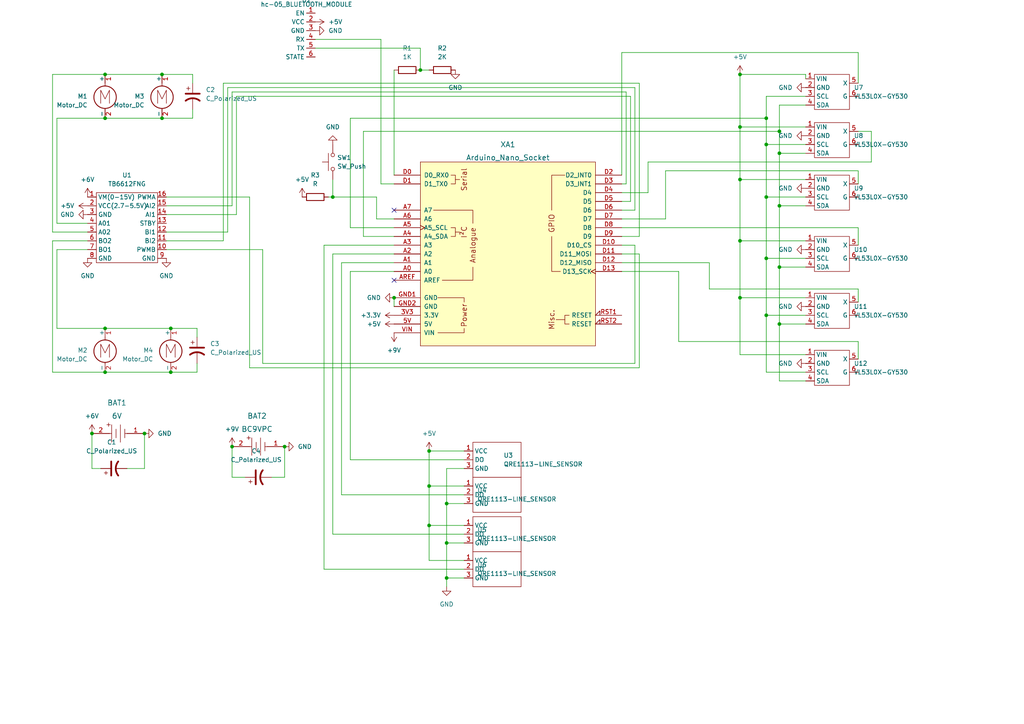
<source format=kicad_sch>
(kicad_sch (version 20211123) (generator eeschema)
  (paper "A4")
  (lib_symbols
    (symbol "BC9VPC_1" (pin_names (offset 1.016))
      (property "Reference" "BAT2" (at -0.381 8.89 0))
      (property "Value" "BC9VPC_1" (at -0.381 5.08 0))
      (symbol "BC9VPC_1_1_1"
        (polyline (pts (xy -2.794 3.048) (xy -2.794 2.032)))
        (polyline (pts (xy -2.286 2.54) (xy -3.302 2.54)))
        (polyline (pts (xy -1.905 0) (xy -2.54 0)))
        (polyline (pts (xy -1.905 2.54) (xy -1.905 -2.54)))
        (polyline (pts (xy -0.635 1.27) (xy -0.635 -1.27)))
        (polyline (pts (xy 0.635 2.54) (xy 0.635 -2.54)))
        (polyline (pts (xy 1.905 1.27) (xy 1.905 -1.27)))
        (polyline (pts (xy 2.54 0) (xy 1.905 0)))
        (pin power_in line (at 7.62 0 180) (length 5.08) (name "~") (number "1"))
        (pin power_in line (at -7.62 0 0) (length 5.08) (name "~") (number "2"))
      )
    )
    (symbol "CUSTOM:QRE1113-LINE_SENSOR"
      (property "Reference" "U" (at 12.7 8.89 0))
      (property "Value" "QRE1113-LINE_SENSOR" (at 19.05 2.54 0))
      (symbol "QRE1113-LINE_SENSOR_0_1"
        (rectangle (start 2.54 7.62) (end 16.51 -2.54))
      )
      (symbol "QRE1113-LINE_SENSOR_1_1"
        (pin power_in line (at 0 5.08 0) (length 2.54) (name "VCC") (number "1"))
        (pin output line (at 0 2.54 0) (length 2.54) (name "DO") (number "2"))
        (pin power_in line (at 0 0 0) (length 2.54) (name "GND") (number "3"))
      )
    )
    (symbol "CUSTOM:TB6612FNG"
      (property "Reference" "U" (at -6.35 1.27 0))
      (property "Value" "TB6612FNG" (at -6.35 -1.27 0))
      (symbol "TB6612FNG_0_1"
        (rectangle (start -15.24 22.86) (end 2.54 2.54))
      )
      (symbol "TB6612FNG_1_1"
        (pin power_in line (at -17.78 21.59 0) (length 2.54) (name "VM(0-15V)") (number "1"))
        (pin input line (at 5.08 6.35 180) (length 2.54) (name "PWMB") (number "10"))
        (pin input line (at 5.08 8.89 180) (length 2.54) (name "BI2") (number "11"))
        (pin input line (at 5.08 11.43 180) (length 2.54) (name "BI1") (number "12"))
        (pin input line (at 5.08 13.97 180) (length 2.54) (name "STBY") (number "13"))
        (pin input line (at 5.08 16.51 180) (length 2.54) (name "AI1") (number "14"))
        (pin input line (at 5.08 19.05 180) (length 2.54) (name "AI2") (number "15"))
        (pin input line (at 5.08 21.59 180) (length 2.54) (name "PWMA") (number "16"))
        (pin power_in line (at -17.78 19.05 0) (length 2.54) (name "VCC(2.7-5.5V)") (number "2"))
        (pin power_in line (at -17.78 16.51 0) (length 2.54) (name "GND") (number "3"))
        (pin power_out line (at -17.78 13.97 0) (length 2.54) (name "A01") (number "4"))
        (pin power_out line (at -17.78 11.43 0) (length 2.54) (name "A02") (number "5"))
        (pin power_out line (at -17.78 8.89 0) (length 2.54) (name "BO2") (number "6"))
        (pin power_out line (at -17.78 6.35 0) (length 2.54) (name "BO1") (number "7"))
        (pin power_out line (at -17.78 3.81 0) (length 2.54) (name "GND") (number "8"))
        (pin power_out line (at 5.08 3.81 180) (length 2.54) (name "GND") (number "9"))
      )
    )
    (symbol "CUSTOM:VL53L0X-GY530"
      (property "Reference" "U" (at 0 -5.08 0))
      (property "Value" "VL53L0X-GY530" (at 0 -2.54 0))
      (symbol "VL53L0X-GY530_0_1"
        (rectangle (start 2.54 8.89) (end 12.7 -1.27))
      )
      (symbol "VL53L0X-GY530_1_1"
        (pin power_in line (at 0 7.62 0) (length 2.54) (name "VIN") (number "1"))
        (pin power_in line (at 0 5.08 0) (length 2.54) (name "GND") (number "2"))
        (pin bidirectional line (at 0 2.54 0) (length 2.54) (name "SCL") (number "3"))
        (pin bidirectional line (at 0 0 0) (length 2.54) (name "SDA") (number "4"))
        (pin input line (at 15.24 6.35 180) (length 2.54) (name "X") (number "5"))
        (pin input line (at 15.24 2.54 180) (length 2.54) (name "G") (number "6"))
      )
    )
    (symbol "CUSTOM:hc-05_BLUETOOTH_MODULE"
      (property "Reference" "U" (at 0 -5.08 0))
      (property "Value" "hc-05_BLUETOOTH_MODULE" (at 1.27 -7.62 0))
      (symbol "hc-05_BLUETOOTH_MODULE_1_1"
        (pin input line (at 2.54 10.16 180) (length 2.54) (name "EN") (number "1"))
        (pin power_in line (at 2.54 7.62 180) (length 2.54) (name "VCC") (number "2"))
        (pin power_in line (at 2.54 5.08 180) (length 2.54) (name "GND") (number "3"))
        (pin input line (at 2.54 2.54 180) (length 2.54) (name "RX") (number "4"))
        (pin output line (at 2.54 0 180) (length 2.54) (name "TX") (number "5"))
        (pin output line (at 2.54 -2.54 180) (length 2.54) (name "STATE") (number "6"))
      )
    )
    (symbol "Device:C_Polarized_US" (pin_numbers hide) (pin_names (offset 0.254) hide)
      (property "Reference" "C" (at 0.635 2.54 0))
      (property "Value" "C_Polarized_US" (at 0.635 -2.54 0))
      (symbol "C_Polarized_US_0_1"
        (polyline (pts (xy -2.032 0.762) (xy 2.032 0.762)) (stroke (width 0.508)))
        (polyline (pts (xy -1.778 2.286) (xy -0.762 2.286)))
        (polyline (pts (xy -1.27 1.778) (xy -1.27 2.794)))
        (arc (start 2.032 -1.27) (mid 0 -0.5572) (end -2.032 -1.27) (stroke (width 0.508)))
      )
      (symbol "C_Polarized_US_1_1"
        (pin passive line (at 0 3.81 270) (length 2.794) (name "~") (number "1"))
        (pin passive line (at 0 -3.81 90) (length 3.302) (name "~") (number "2"))
      )
    )
    (symbol "Device:R" (pin_numbers hide) (pin_names (offset 0))
      (property "Reference" "R" (at 2.032 0 90))
      (property "Value" "R" (at 0 0 90))
      (symbol "R_0_1"
        (rectangle (start -1.016 -2.54) (end 1.016 2.54) (stroke (width 0.254)))
      )
      (symbol "R_1_1"
        (pin passive line (at 0 3.81 270) (length 1.27) (name "~") (number "1"))
        (pin passive line (at 0 -3.81 90) (length 1.27) (name "~") (number "2"))
      )
    )
    (symbol "Motor:Motor_DC" (pin_names (offset 0))
      (property "Reference" "M" (at 2.54 2.54 0))
      (property "Value" "Motor_DC" (at 2.54 -5.08 0))
      (symbol "Motor_DC_0_0"
        (polyline (pts (xy -1.27 -3.302) (xy -1.27 0.508) (xy 0 -2.032) (xy 1.27 0.508) (xy 1.27 -3.302)))
      )
      (symbol "Motor_DC_0_1"
        (circle (center 0 -1.524) (radius 3.2512) (stroke (width 0.254)))
        (polyline (pts (xy 0 -7.62) (xy 0 -7.112)))
        (polyline (pts (xy 0 -4.7752) (xy 0 -5.1816)))
        (polyline (pts (xy 0 1.7272) (xy 0 2.0828)))
        (polyline (pts (xy 0 2.032) (xy 0 2.54)))
      )
      (symbol "Motor_DC_1_1"
        (pin passive line (at 0 5.08 270) (length 2.54) (name "+") (number "1"))
        (pin passive line (at 0 -7.62 90) (length 2.54) (name "-") (number "2"))
      )
    )
    (symbol "QRE1113-LINE_SENSOR_1"
      (property "Reference" "U" (at 12.7 8.89 0))
      (property "Value" "QRE1113-LINE_SENSOR_1" (at 19.05 2.54 0))
      (symbol "QRE1113-LINE_SENSOR_1_0_1"
        (rectangle (start 2.54 7.62) (end 16.51 -2.54))
      )
      (symbol "QRE1113-LINE_SENSOR_1_1_1"
        (pin power_in line (at 0 5.08 0) (length 2.54) (name "VCC") (number "1"))
        (pin output line (at 0 2.54 0) (length 2.54) (name "DO") (number "2"))
        (pin power_in line (at 0 0 0) (length 2.54) (name "GND") (number "3"))
      )
    )
    (symbol "QRE1113-LINE_SENSOR_2"
      (property "Reference" "U" (at 12.7 8.89 0))
      (property "Value" "QRE1113-LINE_SENSOR_2" (at 19.05 2.54 0))
      (symbol "QRE1113-LINE_SENSOR_2_0_1"
        (rectangle (start 2.54 7.62) (end 16.51 -2.54))
      )
      (symbol "QRE1113-LINE_SENSOR_2_1_1"
        (pin power_in line (at 0 5.08 0) (length 2.54) (name "VCC") (number "1"))
        (pin output line (at 0 2.54 0) (length 2.54) (name "DO") (number "2"))
        (pin power_in line (at 0 0 0) (length 2.54) (name "GND") (number "3"))
      )
    )
    (symbol "QRE1113-LINE_SENSOR_3"
      (property "Reference" "U" (at 12.7 8.89 0))
      (property "Value" "QRE1113-LINE_SENSOR_3" (at 19.05 2.54 0))
      (symbol "QRE1113-LINE_SENSOR_3_0_1"
        (rectangle (start 2.54 7.62) (end 16.51 -2.54))
      )
      (symbol "QRE1113-LINE_SENSOR_3_1_1"
        (pin power_in line (at 0 5.08 0) (length 2.54) (name "VCC") (number "1"))
        (pin output line (at 0 2.54 0) (length 2.54) (name "DO") (number "2"))
        (pin power_in line (at 0 0 0) (length 2.54) (name "GND") (number "3"))
      )
    )
    (symbol "Switch:SW_Push" (pin_numbers hide) (pin_names (offset 1.016) hide)
      (property "Reference" "SW" (at 1.27 2.54 0))
      (property "Value" "SW_Push" (at 0 -1.524 0))
      (symbol "SW_Push_0_1"
        (circle (center -2.032 0) (radius 0.508))
        (polyline (pts (xy 0 1.27) (xy 0 3.048)))
        (polyline (pts (xy 2.54 1.27) (xy -2.54 1.27)))
        (circle (center 2.032 0) (radius 0.508))
        (pin passive line (at -5.08 0 0) (length 2.54) (name "1") (number "1"))
        (pin passive line (at 5.08 0 180) (length 2.54) (name "2") (number "2"))
      )
    )
    (symbol "VL53L0X-GY530_1"
      (property "Reference" "U" (at 0 -5.08 0))
      (property "Value" "VL53L0X-GY530_1" (at 0 -2.54 0))
      (symbol "VL53L0X-GY530_1_0_1"
        (rectangle (start 2.54 8.89) (end 12.7 -1.27))
      )
      (symbol "VL53L0X-GY530_1_1_1"
        (pin power_in line (at 0 7.62 0) (length 2.54) (name "VIN") (number "1"))
        (pin power_in line (at 0 5.08 0) (length 2.54) (name "GND") (number "2"))
        (pin bidirectional line (at 0 2.54 0) (length 2.54) (name "SCL") (number "3"))
        (pin bidirectional line (at 0 0 0) (length 2.54) (name "SDA") (number "4"))
        (pin input line (at 15.24 6.35 180) (length 2.54) (name "X") (number "5"))
        (pin input line (at 15.24 2.54 180) (length 2.54) (name "G") (number "6"))
      )
    )
    (symbol "VL53L0X-GY530_2"
      (property "Reference" "U" (at 0 -5.08 0))
      (property "Value" "VL53L0X-GY530_2" (at 0 -2.54 0))
      (symbol "VL53L0X-GY530_2_0_1"
        (rectangle (start 2.54 8.89) (end 12.7 -1.27))
      )
      (symbol "VL53L0X-GY530_2_1_1"
        (pin power_in line (at 0 7.62 0) (length 2.54) (name "VIN") (number "1"))
        (pin power_in line (at 0 5.08 0) (length 2.54) (name "GND") (number "2"))
        (pin bidirectional line (at 0 2.54 0) (length 2.54) (name "SCL") (number "3"))
        (pin bidirectional line (at 0 0 0) (length 2.54) (name "SDA") (number "4"))
        (pin input line (at 15.24 6.35 180) (length 2.54) (name "X") (number "5"))
        (pin input line (at 15.24 2.54 180) (length 2.54) (name "G") (number "6"))
      )
    )
    (symbol "VL53L0X-GY530_3"
      (property "Reference" "U" (at 0 -5.08 0))
      (property "Value" "VL53L0X-GY530_3" (at 0 -2.54 0))
      (symbol "VL53L0X-GY530_3_0_1"
        (rectangle (start 2.54 8.89) (end 12.7 -1.27))
      )
      (symbol "VL53L0X-GY530_3_1_1"
        (pin power_in line (at 0 7.62 0) (length 2.54) (name "VIN") (number "1"))
        (pin power_in line (at 0 5.08 0) (length 2.54) (name "GND") (number "2"))
        (pin bidirectional line (at 0 2.54 0) (length 2.54) (name "SCL") (number "3"))
        (pin bidirectional line (at 0 0 0) (length 2.54) (name "SDA") (number "4"))
        (pin input line (at 15.24 6.35 180) (length 2.54) (name "X") (number "5"))
        (pin input line (at 15.24 2.54 180) (length 2.54) (name "G") (number "6"))
      )
    )
    (symbol "VL53L0X-GY530_4"
      (property "Reference" "U" (at 0 -5.08 0))
      (property "Value" "VL53L0X-GY530_4" (at 0 -2.54 0))
      (symbol "VL53L0X-GY530_4_0_1"
        (rectangle (start 2.54 8.89) (end 12.7 -1.27))
      )
      (symbol "VL53L0X-GY530_4_1_1"
        (pin power_in line (at 0 7.62 0) (length 2.54) (name "VIN") (number "1"))
        (pin power_in line (at 0 5.08 0) (length 2.54) (name "GND") (number "2"))
        (pin bidirectional line (at 0 2.54 0) (length 2.54) (name "SCL") (number "3"))
        (pin bidirectional line (at 0 0 0) (length 2.54) (name "SDA") (number "4"))
        (pin input line (at 15.24 6.35 180) (length 2.54) (name "X") (number "5"))
        (pin input line (at 15.24 2.54 180) (length 2.54) (name "G") (number "6"))
      )
    )
    (symbol "VL53L0X-GY530_5"
      (property "Reference" "U" (at 0 -5.08 0))
      (property "Value" "VL53L0X-GY530_5" (at 0 -2.54 0))
      (symbol "VL53L0X-GY530_5_0_1"
        (rectangle (start 2.54 8.89) (end 12.7 -1.27))
      )
      (symbol "VL53L0X-GY530_5_1_1"
        (pin power_in line (at 0 7.62 0) (length 2.54) (name "VIN") (number "1"))
        (pin power_in line (at 0 5.08 0) (length 2.54) (name "GND") (number "2"))
        (pin bidirectional line (at 0 2.54 0) (length 2.54) (name "SCL") (number "3"))
        (pin bidirectional line (at 0 0 0) (length 2.54) (name "SDA") (number "4"))
        (pin input line (at 15.24 6.35 180) (length 2.54) (name "X") (number "5"))
        (pin input line (at 15.24 2.54 180) (length 2.54) (name "G") (number "6"))
      )
    )
    (symbol "arduino:Arduino_Nano_Socket" (pin_names (offset 1.016))
      (property "Reference" "XA" (at 2.54 0 90))
      (property "Value" "Arduino_Nano_Socket" (at -2.54 0 90))
      (symbol "Arduino_Nano_Socket_0_0"
        (rectangle (start -25.4 26.67) (end 25.4 -26.67) (fill (type background)))
        (polyline (pts (xy -15.24 6.35) (xy -13.97 6.35)))
        (polyline (pts (xy -15.24 21.59) (xy -13.97 21.59)))
        (polyline (pts (xy 16.51 -19.05) (xy 13.97 -19.05)))
        (polyline (pts (xy -20.32 -22.86) (xy -12.7 -22.86) (xy -12.7 -21.59)))
        (polyline (pts (xy -12.7 -13.97) (xy -12.7 -12.7) (xy -20.32 -12.7)))
        (polyline (pts (xy -16.51 7.62) (xy -15.24 7.62) (xy -15.24 5.08) (xy -16.51 5.08)))
        (polyline (pts (xy -16.51 22.86) (xy -15.24 22.86) (xy -15.24 20.32) (xy -16.51 20.32)))
        (text "Analogue" (at -10.16 2.54 900) (effects (font (size 1.524 1.524))))
        (text "I²C" (at -12.7 6.35 900) (effects (font (size 1.524 1.524))))
        (text "Misc." (at 12.7 -19.05 900) (effects (font (size 1.524 1.524))))
        (text "Power" (at -12.7 -17.78 900) (effects (font (size 1.524 1.524))))
        (text "Serial" (at -12.7 21.59 900) (effects (font (size 1.524 1.524))))
      )
      (symbol "Arduino_Nano_Socket_0_1"
        (polyline (pts (xy -21.59 12.7) (xy -10.16 12.7) (xy -10.16 8.89)))
        (polyline (pts (xy -19.05 -7.62) (xy -10.16 -7.62) (xy -10.16 -3.81)))
        (polyline (pts (xy 15.24 -5.08) (xy 12.7 -5.08) (xy 12.7 5.08)))
        (polyline (pts (xy 16.51 22.86) (xy 12.7 22.86) (xy 12.7 12.7)))
        (polyline (pts (xy 17.78 -17.78) (xy 16.51 -17.78) (xy 16.51 -20.32) (xy 17.78 -20.32)))
      )
      (symbol "Arduino_Nano_Socket_1_0"
        (text "GPIO" (at 12.7 8.89 900) (effects (font (size 1.524 1.524))))
      )
      (symbol "Arduino_Nano_Socket_1_1"
        (pin power_in line (at -33.02 -17.78 0) (length 7.62) (name "3.3V") (number "3V3"))
        (pin power_in line (at -33.02 -20.32 0) (length 7.62) (name "5V") (number "5V"))
        (pin bidirectional line (at -33.02 -5.08 0) (length 7.62) (name "A0") (number "A0"))
        (pin bidirectional line (at -33.02 -2.54 0) (length 7.62) (name "A1") (number "A1"))
        (pin bidirectional line (at -33.02 0 0) (length 7.62) (name "A2") (number "A2"))
        (pin bidirectional line (at -33.02 2.54 0) (length 7.62) (name "A3") (number "A3"))
        (pin bidirectional line (at -33.02 5.08 0) (length 7.62) (name "A4_SDA") (number "A4"))
        (pin bidirectional clock (at -33.02 7.62 0) (length 7.62) (name "A5_SCL") (number "A5"))
        (pin input line (at -33.02 10.16 0) (length 7.62) (name "A6") (number "A6"))
        (pin input line (at -33.02 12.7 0) (length 7.62) (name "A7") (number "A7"))
        (pin input line (at -33.02 -7.62 0) (length 7.62) (name "AREF") (number "AREF"))
        (pin bidirectional line (at -33.02 22.86 0) (length 7.62) (name "D0_RX0") (number "D0"))
        (pin bidirectional line (at -33.02 20.32 0) (length 7.62) (name "D1_TX0") (number "D1"))
        (pin bidirectional line (at 33.02 2.54 180) (length 7.62) (name "D10_CS") (number "D10"))
        (pin bidirectional line (at 33.02 0 180) (length 7.62) (name "D11_MOSI") (number "D11"))
        (pin bidirectional line (at 33.02 -2.54 180) (length 7.62) (name "D12_MISO") (number "D12"))
        (pin bidirectional clock (at 33.02 -5.08 180) (length 7.62) (name "D13_SCK") (number "D13"))
        (pin bidirectional line (at 33.02 22.86 180) (length 7.62) (name "D2_INT0") (number "D2"))
        (pin bidirectional line (at 33.02 20.32 180) (length 7.62) (name "D3_INT1") (number "D3"))
        (pin bidirectional line (at 33.02 17.78 180) (length 7.62) (name "D4") (number "D4"))
        (pin bidirectional line (at 33.02 15.24 180) (length 7.62) (name "D5") (number "D5"))
        (pin bidirectional line (at 33.02 12.7 180) (length 7.62) (name "D6") (number "D6"))
        (pin bidirectional line (at 33.02 10.16 180) (length 7.62) (name "D7") (number "D7"))
        (pin bidirectional line (at 33.02 7.62 180) (length 7.62) (name "D8") (number "D8"))
        (pin bidirectional line (at 33.02 5.08 180) (length 7.62) (name "D9") (number "D9"))
        (pin power_in line (at -33.02 -12.7 0) (length 7.62) (name "GND") (number "GND1"))
        (pin power_in line (at -33.02 -15.24 0) (length 7.62) (name "GND") (number "GND2"))
        (pin open_collector input_low (at 33.02 -17.78 180) (length 7.62) (name "RESET") (number "RST1"))
        (pin open_collector input_low (at 33.02 -20.32 180) (length 7.62) (name "RESET") (number "RST2"))
        (pin power_in line (at -33.02 -22.86 0) (length 7.62) (name "VIN") (number "VIN"))
      )
    )
    (symbol "dk_Battery-Holders-Clips-Contacts:BC9VPC" (pin_names (offset 1.016))
      (property "Reference" "BAT1" (at -0.381 8.89 0))
      (property "Value" "6V" (at -0.381 5.08 0))
      (symbol "BC9VPC_1_1"
        (polyline (pts (xy -2.794 3.048) (xy -2.794 2.032)))
        (polyline (pts (xy -2.286 2.54) (xy -3.302 2.54)))
        (polyline (pts (xy -1.905 0) (xy -2.54 0)))
        (polyline (pts (xy -1.905 2.54) (xy -1.905 -2.54)))
        (polyline (pts (xy -0.635 1.27) (xy -0.635 -1.27)))
        (polyline (pts (xy 0.635 2.54) (xy 0.635 -2.54)))
        (polyline (pts (xy 1.905 1.27) (xy 1.905 -1.27)))
        (polyline (pts (xy 2.54 0) (xy 1.905 0)))
        (pin power_in line (at 7.62 0 180) (length 5.08) (name "~") (number "1"))
        (pin power_in line (at -7.62 0 0) (length 5.08) (name "~") (number "2"))
      )
    )
    (symbol "power:+3.3V" (power) (pin_names (offset 0))
      (property "Value" "+3.3V" (at 0 3.556 0))
      (symbol "+3.3V_0_1"
        (polyline (pts (xy -0.762 1.27) (xy 0 2.54)))
        (polyline (pts (xy 0 0) (xy 0 2.54)))
        (polyline (pts (xy 0 2.54) (xy 0.762 1.27)))
      )
      (symbol "+3.3V_1_1"
        (pin power_in line (at 0 0 90) (length 0) hide (name "+3.3V") (number "1"))
      )
    )
    (symbol "power:+5V" (power) (pin_names (offset 0))
      (property "Value" "+5V" (at 0 3.556 0))
      (symbol "+5V_0_1"
        (polyline (pts (xy -0.762 1.27) (xy 0 2.54)))
        (polyline (pts (xy 0 0) (xy 0 2.54)))
        (polyline (pts (xy 0 2.54) (xy 0.762 1.27)))
      )
      (symbol "+5V_1_1"
        (pin power_in line (at 0 0 90) (length 0) hide (name "+5V") (number "1"))
      )
    )
    (symbol "power:+6V" (power) (pin_names (offset 0))
      (property "Value" "+6V" (at 0 3.556 0))
      (symbol "+6V_0_1"
        (polyline (pts (xy -0.762 1.27) (xy 0 2.54)))
        (polyline (pts (xy 0 0) (xy 0 2.54)))
        (polyline (pts (xy 0 2.54) (xy 0.762 1.27)))
      )
      (symbol "+6V_1_1"
        (pin power_in line (at 0 0 90) (length 0) hide (name "+6V") (number "1"))
      )
    )
    (symbol "power:+9V" (power) (pin_names (offset 0))
      (property "Value" "+9V" (at 0 3.556 0))
      (symbol "+9V_0_1"
        (polyline (pts (xy -0.762 1.27) (xy 0 2.54)))
        (polyline (pts (xy 0 0) (xy 0 2.54)))
        (polyline (pts (xy 0 2.54) (xy 0.762 1.27)))
      )
      (symbol "+9V_1_1"
        (pin power_in line (at 0 0 90) (length 0) hide (name "+9V") (number "1"))
      )
    )
    (symbol "power:GND" (power) (pin_names (offset 0))
      (property "Value" "GND" (at 0 -3.81 0))
      (symbol "GND_0_1"
        (polyline (pts (xy 0 0) (xy 0 -1.27) (xy 1.27 -1.27) (xy 0 -2.54) (xy -1.27 -1.27) (xy 0 -1.27)))
      )
      (symbol "GND_1_1"
        (pin power_in line (at 0 0 270) (length 0) hide (name "GND") (number "1"))
      )
    )
  )
  (junction (at 222.25 57.15))
  (junction (at 226.06 77.47))
  (junction (at 226.06 44.45))
  (junction (at 226.06 38.1))
  (junction (at 222.25 34.29))
  (junction (at 129.54 146.05))
  (junction (at 96.52 57.15))
  (junction (at 82.55 129.54))
  (junction (at 214.63 21.59))
  (junction (at 41.91 125.73))
  (junction (at 124.46 140.97))
  (junction (at 49.53 95.25))
  (junction (at 214.63 36.83))
  (junction (at 129.54 167.64))
  (junction (at 226.06 93.98))
  (junction (at 214.63 69.85))
  (junction (at 26.67 125.73))
  (junction (at 30.48 95.25))
  (junction (at 129.54 157.48))
  (junction (at 121.92 20.32))
  (junction (at 214.63 52.07))
  (junction (at 124.46 152.4))
  (junction (at 46.99 21.59))
  (junction (at 67.31 129.54))
  (junction (at 114.3 86.36))
  (junction (at 226.06 59.69))
  (junction (at 124.46 130.81))
  (junction (at 222.25 74.93))
  (junction (at 222.25 41.91))
  (junction (at 30.48 34.29))
  (junction (at 30.48 107.95))
  (junction (at 49.53 107.95))
  (junction (at 214.63 86.36))
  (junction (at 30.48 21.59))
  (junction (at 222.25 91.44))
  (junction (at 46.99 34.29))
  (no_connect (at 114.3 81.28))
  (no_connect (at 114.3 60.96))
  (wire (pts (xy 101.6 78.74) (xy 114.3 78.74)))
  (wire (pts (xy 248.92 87.63) (xy 248.92 83.82)))
  (wire (pts (xy 226.06 59.69) (xy 233.68 59.69)))
  (wire (pts (xy 184.15 25.4) (xy 66.04 25.4)))
  (wire (pts (xy 96.52 57.15) (xy 109.22 57.15)))
  (wire (pts (xy 226.06 38.1) (xy 226.06 44.45)))
  (wire (pts (xy 187.96 55.88) (xy 187.96 46.99)))
  (wire (pts (xy 129.54 167.64) (xy 134.62 167.64)))
  (wire (pts (xy 93.98 165.1) (xy 93.98 71.12)))
  (wire (pts (xy 121.92 20.32) (xy 121.92 13.97)))
  (wire (pts (xy 222.25 57.15) (xy 233.68 57.15)))
  (wire (pts (xy 180.34 63.5) (xy 193.04 63.5)))
  (wire (pts (xy 248.92 104.14) (xy 248.92 99.06)))
  (wire (pts (xy 114.3 66.04) (xy 101.6 66.04)))
  (wire (pts (xy 214.63 52.07) (xy 233.68 52.07)))
  (wire (pts (xy 233.68 21.59) (xy 233.68 22.86)))
  (wire (pts (xy 180.34 78.74) (xy 196.85 78.74)))
  (wire (pts (xy 67.31 59.69) (xy 48.26 59.69)))
  (wire (pts (xy 182.88 58.42) (xy 182.88 27.94)))
  (wire (pts (xy 226.06 30.48) (xy 226.06 38.1)))
  (wire (pts (xy 55.88 34.29) (xy 55.88 31.75)))
  (wire (pts (xy 180.34 55.88) (xy 187.96 55.88)))
  (wire (pts (xy 124.46 130.81) (xy 124.46 140.97)))
  (wire (pts (xy 184.15 71.12) (xy 184.15 105.41)))
  (wire (pts (xy 129.54 170.18) (xy 129.54 167.64)))
  (wire (pts (xy 55.88 21.59) (xy 55.88 24.13)))
  (wire (pts (xy 248.92 49.53) (xy 193.04 49.53)))
  (wire (pts (xy 64.77 24.13) (xy 64.77 69.85)))
  (wire (pts (xy 67.31 129.54) (xy 67.31 138.43)))
  (wire (pts (xy 129.54 157.48) (xy 129.54 146.05)))
  (wire (pts (xy 99.06 143.51) (xy 99.06 76.2)))
  (wire (pts (xy 226.06 77.47) (xy 226.06 93.98)))
  (wire (pts (xy 96.52 52.07) (xy 96.52 57.15)))
  (wire (pts (xy 233.68 30.48) (xy 226.06 30.48)))
  (wire (pts (xy 66.04 25.4) (xy 66.04 67.31)))
  (wire (pts (xy 124.46 130.81) (xy 134.62 130.81)))
  (wire (pts (xy 105.41 38.1) (xy 226.06 38.1)))
  (wire (pts (xy 15.24 21.59) (xy 30.48 21.59)))
  (wire (pts (xy 185.42 106.68) (xy 72.39 106.68)))
  (wire (pts (xy 129.54 167.64) (xy 129.54 157.48)))
  (wire (pts (xy 205.74 76.2) (xy 205.74 83.82)))
  (wire (pts (xy 66.04 67.31) (xy 48.26 67.31)))
  (wire (pts (xy 180.34 50.8) (xy 180.34 15.24)))
  (wire (pts (xy 129.54 135.89) (xy 134.62 135.89)))
  (wire (pts (xy 222.25 91.44) (xy 233.68 91.44)))
  (wire (pts (xy 226.06 77.47) (xy 233.68 77.47)))
  (wire (pts (xy 124.46 152.4) (xy 134.62 152.4)))
  (wire (pts (xy 180.34 73.66) (xy 185.42 73.66)))
  (wire (pts (xy 222.25 34.29) (xy 222.25 41.91)))
  (wire (pts (xy 222.25 57.15) (xy 222.25 74.93)))
  (wire (pts (xy 214.63 21.59) (xy 214.63 36.83)))
  (wire (pts (xy 214.63 102.87) (xy 233.68 102.87)))
  (wire (pts (xy 252.73 38.1) (xy 252.73 46.99)))
  (wire (pts (xy 15.24 69.85) (xy 25.4 69.85)))
  (wire (pts (xy 16.51 64.77) (xy 25.4 64.77)))
  (wire (pts (xy 26.67 125.73) (xy 26.67 135.89)))
  (wire (pts (xy 30.48 34.29) (xy 46.99 34.29)))
  (wire (pts (xy 124.46 140.97) (xy 134.62 140.97)))
  (wire (pts (xy 114.3 86.36) (xy 114.3 88.9)))
  (wire (pts (xy 180.34 58.42) (xy 182.88 58.42)))
  (wire (pts (xy 26.67 135.89) (xy 29.21 135.89)))
  (wire (pts (xy 180.34 66.04) (xy 248.92 66.04)))
  (wire (pts (xy 16.51 72.39) (xy 25.4 72.39)))
  (wire (pts (xy 16.51 34.29) (xy 16.51 64.77)))
  (wire (pts (xy 110.49 53.34) (xy 110.49 11.43)))
  (wire (pts (xy 95.25 57.15) (xy 96.52 57.15)))
  (wire (pts (xy 110.49 11.43) (xy 91.44 11.43)))
  (wire (pts (xy 222.25 41.91) (xy 222.25 57.15)))
  (wire (pts (xy 185.42 24.13) (xy 64.77 24.13)))
  (wire (pts (xy 180.34 15.24) (xy 248.92 15.24)))
  (wire (pts (xy 181.61 26.67) (xy 67.31 26.67)))
  (wire (pts (xy 248.92 71.12) (xy 248.92 66.04)))
  (wire (pts (xy 134.62 154.94) (xy 96.52 154.94)))
  (wire (pts (xy 226.06 59.69) (xy 226.06 77.47)))
  (wire (pts (xy 248.92 99.06) (xy 196.85 99.06)))
  (wire (pts (xy 76.2 72.39) (xy 48.26 72.39)))
  (wire (pts (xy 67.31 138.43) (xy 71.12 138.43)))
  (wire (pts (xy 121.92 13.97) (xy 91.44 13.97)))
  (wire (pts (xy 180.34 71.12) (xy 184.15 71.12)))
  (wire (pts (xy 41.91 125.73) (xy 41.91 135.89)))
  (wire (pts (xy 214.63 69.85) (xy 233.68 69.85)))
  (wire (pts (xy 72.39 106.68) (xy 72.39 57.15)))
  (wire (pts (xy 96.52 73.66) (xy 114.3 73.66)))
  (wire (pts (xy 109.22 63.5) (xy 114.3 63.5)))
  (wire (pts (xy 64.77 69.85) (xy 48.26 69.85)))
  (wire (pts (xy 214.63 21.59) (xy 233.68 21.59)))
  (wire (pts (xy 214.63 86.36) (xy 233.68 86.36)))
  (wire (pts (xy 129.54 146.05) (xy 134.62 146.05)))
  (wire (pts (xy 182.88 27.94) (xy 68.58 27.94)))
  (wire (pts (xy 57.15 95.25) (xy 57.15 97.79)))
  (wire (pts (xy 248.92 24.13) (xy 248.92 15.24)))
  (wire (pts (xy 134.62 143.51) (xy 99.06 143.51)))
  (wire (pts (xy 124.46 162.56) (xy 134.62 162.56)))
  (wire (pts (xy 193.04 63.5) (xy 193.04 49.53)))
  (wire (pts (xy 46.99 21.59) (xy 30.48 21.59)))
  (wire (pts (xy 68.58 62.23) (xy 48.26 62.23)))
  (wire (pts (xy 15.24 67.31) (xy 25.4 67.31)))
  (wire (pts (xy 49.53 107.95) (xy 30.48 107.95)))
  (wire (pts (xy 214.63 36.83) (xy 214.63 52.07)))
  (wire (pts (xy 185.42 68.58) (xy 185.42 24.13)))
  (wire (pts (xy 129.54 146.05) (xy 129.54 135.89)))
  (wire (pts (xy 196.85 78.74) (xy 196.85 99.06)))
  (wire (pts (xy 49.53 107.95) (xy 57.15 107.95)))
  (wire (pts (xy 248.92 38.1) (xy 252.73 38.1)))
  (wire (pts (xy 99.06 76.2) (xy 114.3 76.2)))
  (wire (pts (xy 121.92 20.32) (xy 124.46 20.32)))
  (wire (pts (xy 16.51 34.29) (xy 30.48 34.29)))
  (wire (pts (xy 214.63 69.85) (xy 214.63 86.36)))
  (wire (pts (xy 16.51 95.25) (xy 30.48 95.25)))
  (wire (pts (xy 30.48 107.95) (xy 15.24 107.95)))
  (wire (pts (xy 109.22 57.15) (xy 109.22 63.5)))
  (wire (pts (xy 46.99 21.59) (xy 55.88 21.59)))
  (wire (pts (xy 16.51 72.39) (xy 16.51 95.25)))
  (wire (pts (xy 134.62 133.35) (xy 101.6 133.35)))
  (wire (pts (xy 76.2 105.41) (xy 76.2 72.39)))
  (wire (pts (xy 184.15 105.41) (xy 76.2 105.41)))
  (wire (pts (xy 214.63 36.83) (xy 233.68 36.83)))
  (wire (pts (xy 49.53 95.25) (xy 57.15 95.25)))
  (wire (pts (xy 93.98 71.12) (xy 114.3 71.12)))
  (wire (pts (xy 222.25 107.95) (xy 222.25 91.44)))
  (wire (pts (xy 222.25 74.93) (xy 222.25 91.44)))
  (wire (pts (xy 226.06 93.98) (xy 226.06 110.49)))
  (wire (pts (xy 129.54 157.48) (xy 134.62 157.48)))
  (wire (pts (xy 114.3 20.32) (xy 114.3 50.8)))
  (wire (pts (xy 185.42 73.66) (xy 185.42 106.68)))
  (wire (pts (xy 15.24 21.59) (xy 15.24 67.31)))
  (wire (pts (xy 101.6 66.04) (xy 101.6 34.29)))
  (wire (pts (xy 49.53 95.25) (xy 30.48 95.25)))
  (wire (pts (xy 214.63 86.36) (xy 214.63 102.87)))
  (wire (pts (xy 96.52 154.94) (xy 96.52 73.66)))
  (wire (pts (xy 226.06 44.45) (xy 226.06 59.69)))
  (wire (pts (xy 180.34 68.58) (xy 185.42 68.58)))
  (wire (pts (xy 105.41 68.58) (xy 105.41 38.1)))
  (wire (pts (xy 222.25 27.94) (xy 222.25 34.29)))
  (wire (pts (xy 248.92 53.34) (xy 248.92 49.53)))
  (wire (pts (xy 214.63 52.07) (xy 214.63 69.85)))
  (wire (pts (xy 114.3 68.58) (xy 105.41 68.58)))
  (wire (pts (xy 57.15 107.95) (xy 57.15 105.41)))
  (wire (pts (xy 248.92 83.82) (xy 205.74 83.82)))
  (wire (pts (xy 180.34 60.96) (xy 184.15 60.96)))
  (wire (pts (xy 82.55 129.54) (xy 82.55 138.43)))
  (wire (pts (xy 252.73 46.99) (xy 187.96 46.99)))
  (wire (pts (xy 226.06 44.45) (xy 233.68 44.45)))
  (wire (pts (xy 114.3 53.34) (xy 110.49 53.34)))
  (wire (pts (xy 233.68 74.93) (xy 222.25 74.93)))
  (wire (pts (xy 41.91 135.89) (xy 36.83 135.89)))
  (wire (pts (xy 226.06 110.49) (xy 233.68 110.49)))
  (wire (pts (xy 222.25 41.91) (xy 233.68 41.91)))
  (wire (pts (xy 46.99 34.29) (xy 55.88 34.29)))
  (wire (pts (xy 67.31 26.67) (xy 67.31 59.69)))
  (wire (pts (xy 180.34 76.2) (xy 205.74 76.2)))
  (wire (pts (xy 124.46 152.4) (xy 124.46 162.56)))
  (wire (pts (xy 226.06 93.98) (xy 233.68 93.98)))
  (wire (pts (xy 134.62 165.1) (xy 93.98 165.1)))
  (wire (pts (xy 233.68 107.95) (xy 222.25 107.95)))
  (wire (pts (xy 181.61 53.34) (xy 181.61 26.67)))
  (wire (pts (xy 101.6 34.29) (xy 222.25 34.29)))
  (wire (pts (xy 82.55 138.43) (xy 78.74 138.43)))
  (wire (pts (xy 72.39 57.15) (xy 48.26 57.15)))
  (wire (pts (xy 68.58 27.94) (xy 68.58 62.23)))
  (wire (pts (xy 101.6 133.35) (xy 101.6 78.74)))
  (wire (pts (xy 180.34 53.34) (xy 181.61 53.34)))
  (wire (pts (xy 124.46 140.97) (xy 124.46 152.4)))
  (wire (pts (xy 184.15 60.96) (xy 184.15 25.4)))
  (wire (pts (xy 15.24 107.95) (xy 15.24 69.85)))
  (wire (pts (xy 233.68 27.94) (xy 222.25 27.94)))
  (symbol (lib_id "power:+5V") (at 25.4 59.69 90) (unit 1)
    (property "Reference" "#PWR0124" (effects hide))
    (property "Value" "+5V" (at 21.59 59.6899 90) (effects (justify left)))
  )
  (symbol (lib_id "power:+5V") (at 91.44 6.35 270) (unit 1)
    (property "Reference" "#PWR0121" (effects hide))
    (property "Value" "+5V" (at 95.25 6.3499 90) (effects (justify left)))
  )
  (symbol (lib_id "power:GND") (at 48.26 74.93 0) (unit 1)
    (property "Reference" "#PWR0123" (effects hide))
    (property "Value" "GND" (at 48.26 80.01 0))
  )
  (symbol (lib_id "power:GND") (at 82.55 129.54 90) (unit 1)
    (property "Reference" "#PWR0103" (effects hide))
    (property "Value" "GND" (at 86.36 129.5399 90) (effects (justify right)))
  )
  (symbol (lib_id "Motor:Motor_DC") (at 46.99 26.67 0) (mirror y) (unit 1)
    (property "Reference" "M3" (at 41.91 27.9399 0) (effects (justify left)))
    (property "Value" "Motor_DC" (at 41.91 30.4799 0) (effects (justify left)))
    (property "Footprint" "Connector_PinHeader_2.54mm:PinHeader_1x02_P2.54mm_Vertical" (effects hide))
  )
  (symbol (lib_id "power:GND") (at 132.08 20.32 0) (unit 1)
    (property "Reference" "#PWR0122" (effects hide))
    (property "Value" "GND" (at 132.08 25.4 0))
  )
  (symbol (lib_id "power:+5V") (at 214.63 21.59 0) (unit 1)
    (property "Reference" "#PWR0104" (effects hide))
    (property "Value" "+5V" (at 214.63 16.51 0))
  )
  (symbol (lib_id "power:GND") (at 233.68 72.39 270) (unit 1)
    (property "Reference" "#PWR0108" (effects hide))
    (property "Value" "GND" (at 229.87 72.3899 90) (effects (justify right)))
  )
  (symbol (lib_name "QRE1113-LINE_SENSOR_1") (lib_id "CUSTOM:QRE1113-LINE_SENSOR") (at 134.62 135.89 0) (unit 1)
    (property "Reference" "U3" (at 146.05 132.08 0) (effects (justify left)))
    (property "Value" "QRE1113-LINE_SENSOR" (at 146.05 134.62 0) (effects (justify left)))
    (property "Footprint" "Connector_PinHeader_2.54mm:PinHeader_1x03_P2.54mm_Vertical" (effects hide))
  )
  (symbol (lib_id "power:+6V") (at 26.67 125.73 0) (unit 1)
    (property "Reference" "#PWR0115" (effects hide))
    (property "Value" "+6V" (at 26.67 120.65 0))
  )
  (symbol (lib_name "VL53L0X-GY530_1") (lib_id "CUSTOM:VL53L0X-GY530") (at 233.68 30.48 0) (unit 1)
    (property "Reference" "U7" (at 247.65 25.3999 0) (effects (justify left)))
    (property "Value" "VL53L0X-GY530" (at 247.65 27.9399 0) (effects (justify left)))
    (property "Footprint" "custom:VL53L0X-GY530" (effects hide))
  )
  (symbol (lib_id "power:+9V") (at 67.31 129.54 0) (unit 1)
    (property "Reference" "#PWR0114" (effects hide))
    (property "Value" "+9V" (at 67.31 124.46 0))
  )
  (symbol (lib_id "Motor:Motor_DC") (at 49.53 100.33 0) (mirror y) (unit 1)
    (property "Reference" "M4" (at 44.45 101.5999 0) (effects (justify left)))
    (property "Value" "Motor_DC" (at 44.45 104.1399 0) (effects (justify left)))
    (property "Footprint" "Connector_PinHeader_2.54mm:PinHeader_1x02_P2.54mm_Vertical" (effects hide))
  )
  (symbol (lib_id "CUSTOM:VL53L0X-GY530") (at 233.68 110.49 0) (unit 1)
    (property "Reference" "U12" (at 247.65 105.4099 0) (effects (justify left)))
    (property "Value" "VL53L0X-GY530" (at 247.65 107.9499 0) (effects (justify left)))
    (property "Footprint" "custom:VL53L0X-GY530" (effects hide))
  )
  (symbol (lib_id "Device:R") (at 91.44 57.15 90) (unit 1)
    (property "Reference" "R3" (at 91.44 50.8 90))
    (property "Value" "R" (at 91.44 53.34 90))
    (property "Footprint" "Resistor_THT:R_Axial_DIN0309_L9.0mm_D3.2mm_P5.08mm_Vertical" (effects hide))
  )
  (symbol (lib_id "Device:C_Polarized_US") (at 74.93 138.43 90) (unit 1)
    (property "Reference" "C4" (at 74.295 130.81 90))
    (property "Value" "C_Polarized_US" (at 74.295 133.35 90))
    (property "Footprint" "Capacitor_THT:CP_Radial_D8.0mm_P5.00mm" (effects hide))
  )
  (symbol (lib_id "Device:R") (at 128.27 20.32 90) (unit 1)
    (property "Reference" "R2" (at 128.27 13.97 90))
    (property "Value" "2K" (at 128.27 16.51 90))
    (property "Footprint" "Resistor_THT:R_Axial_DIN0207_L6.3mm_D2.5mm_P2.54mm_Vertical" (effects hide))
  )
  (symbol (lib_id "CUSTOM:QRE1113-LINE_SENSOR") (at 134.62 167.64 0) (unit 1)
    (property "Reference" "U6" (at 138.43 163.8299 0) (effects (justify left)))
    (property "Value" "QRE1113-LINE_SENSOR" (at 138.43 166.3699 0) (effects (justify left)))
    (property "Footprint" "Connector_PinHeader_2.54mm:PinHeader_1x03_P2.54mm_Vertical" (effects hide))
  )
  (symbol (lib_id "power:GND") (at 25.4 74.93 0) (unit 1)
    (property "Reference" "#PWR0113" (effects hide))
    (property "Value" "GND" (at 25.4 80.01 0))
  )
  (symbol (lib_id "power:+3.3V") (at 114.3 91.44 90) (unit 1)
    (property "Reference" "#PWR0119" (effects hide))
    (property "Value" "+3.3V" (at 110.49 91.4399 90) (effects (justify left)))
  )
  (symbol (lib_id "power:GND") (at 91.44 8.89 90) (unit 1)
    (property "Reference" "#PWR0120" (effects hide))
    (property "Value" "GND" (at 95.25 8.8899 90) (effects (justify right)))
  )
  (symbol (lib_id "power:+6V") (at 25.4 57.15 0) (unit 1)
    (property "Reference" "#PWR0125" (effects hide))
    (property "Value" "+6V" (at 25.4 52.07 0))
  )
  (symbol (lib_id "Motor:Motor_DC") (at 30.48 100.33 0) (mirror y) (unit 1)
    (property "Reference" "M2" (at 25.4 101.5999 0) (effects (justify left)))
    (property "Value" "Motor_DC" (at 25.4 104.1399 0) (effects (justify left)))
    (property "Footprint" "Connector_PinHeader_2.54mm:PinHeader_1x02_P2.54mm_Vertical" (effects hide))
  )
  (symbol (lib_name "BC9VPC_1") (lib_id "dk_Battery-Holders-Clips-Contacts:BC9VPC") (at 74.93 129.54 0) (unit 1)
    (property "Reference" "BAT2" (at 74.549 120.65 0) (effects (font (size 1.524 1.524))))
    (property "Value" "BC9VPC" (at 74.549 124.46 0) (effects (font (size 1.524 1.524))))
    (property "Footprint" "Connector_PinHeader_2.54mm:PinHeader_1x02_P2.54mm_Vertical" (effects hide))
    (property "Datasheet" "http://www.memoryprotectiondevices.com/datasheets/BC9VPC-datasheet.pdf" (effects hide))
    (property "Digi-Key_PN" "BC9VPC-ND" (effects hide))
    (property "MPN" "BC9VPC" (effects hide))
    (property "Category" "Battery Products" (effects hide))
    (property "Family" "Battery Holders, Clips, Contacts" (effects hide))
    (property "DK_Datasheet_Link" "http://www.memoryprotectiondevices.com/datasheets/BC9VPC-datasheet.pdf" (effects hide))
    (property "DK_Detail_Page" "/product-detail/en/mpd-memory-protection-devices/BC9VPC/BC9VPC-ND/257747" (effects hide))
    (property "Description" "BATTERY HOLDER 9V PC PIN" (effects hide))
    (property "Manufacturer" "MPD (Memory Protection Devices)" (effects hide))
    (property "Status" "Active" (effects hide))
  )
  (symbol (lib_id "Device:C_Polarized_US") (at 57.15 101.6 0) (unit 1)
    (property "Reference" "C3" (at 60.96 99.6949 0) (effects (justify left)))
    (property "Value" "C_Polarized_US" (at 60.96 102.2349 0) (effects (justify left)))
    (property "Footprint" "Capacitor_THT:CP_Radial_D8.0mm_P5.00mm" (effects hide))
  )
  (symbol (lib_id "power:+5V") (at 124.46 130.81 0) (unit 1)
    (property "Reference" "#PWR0102" (effects hide))
    (property "Value" "+5V" (at 124.46 125.73 0))
  )
  (symbol (lib_name "VL53L0X-GY530_2") (lib_id "CUSTOM:VL53L0X-GY530") (at 233.68 44.45 0) (unit 1)
    (property "Reference" "U8" (at 247.65 39.3699 0) (effects (justify left)))
    (property "Value" "VL53L0X-GY530" (at 247.65 41.9099 0) (effects (justify left)))
    (property "Footprint" "custom:VL53L0X-GY530" (effects hide))
  )
  (symbol (lib_id "power:+5V") (at 87.63 57.15 0) (unit 1)
    (property "Reference" "#PWR0112" (effects hide))
    (property "Value" "+5V" (at 87.63 52.07 0))
  )
  (symbol (lib_id "Device:C_Polarized_US") (at 33.02 135.89 90) (unit 1)
    (property "Reference" "C1" (at 32.385 128.27 90))
    (property "Value" "C_Polarized_US" (at 32.385 130.81 90))
    (property "Footprint" "Capacitor_THT:CP_Radial_D8.0mm_P5.00mm" (effects hide))
  )
  (symbol (lib_id "power:+9V") (at 114.3 96.52 180) (unit 1)
    (property "Reference" "#PWR0101" (effects hide))
    (property "Value" "+9V" (at 114.3 101.6 0))
  )
  (symbol (lib_id "power:GND") (at 233.68 54.61 270) (unit 1)
    (property "Reference" "#PWR0107" (effects hide))
    (property "Value" "GND" (at 229.87 54.6099 90) (effects (justify right)))
  )
  (symbol (lib_id "Motor:Motor_DC") (at 30.48 26.67 0) (mirror y) (unit 1)
    (property "Reference" "M1" (at 25.4 27.9399 0) (effects (justify left)))
    (property "Value" "Motor_DC" (at 25.4 30.4799 0) (effects (justify left)))
    (property "Footprint" "Connector_PinHeader_2.54mm:PinHeader_1x02_P2.54mm_Vertical" (effects hide))
  )
  (symbol (lib_id "power:GND") (at 41.91 125.73 90) (unit 1)
    (property "Reference" "#PWR0116" (effects hide))
    (property "Value" "GND" (at 45.72 125.7299 90) (effects (justify right)))
  )
  (symbol (lib_id "Device:C_Polarized_US") (at 55.88 27.94 0) (unit 1)
    (property "Reference" "C2" (at 59.69 26.0349 0) (effects (justify left)))
    (property "Value" "C_Polarized_US" (at 59.69 28.5749 0) (effects (justify left)))
    (property "Footprint" "Capacitor_THT:CP_Radial_D8.0mm_P5.00mm" (effects hide))
  )
  (symbol (lib_name "VL53L0X-GY530_3") (lib_id "CUSTOM:VL53L0X-GY530") (at 233.68 59.69 0) (unit 1)
    (property "Reference" "U9" (at 247.65 54.6099 0) (effects (justify left)))
    (property "Value" "VL53L0X-GY530" (at 247.65 57.1499 0) (effects (justify left)))
    (property "Footprint" "custom:VL53L0X-GY530" (effects hide))
  )
  (symbol (lib_id "power:GND") (at 129.54 170.18 0) (unit 1)
    (property "Reference" "#PWR0111" (effects hide))
    (property "Value" "GND" (at 129.54 175.26 0))
  )
  (symbol (lib_id "power:+5V") (at 114.3 93.98 90) (unit 1)
    (property "Reference" "#PWR0118" (effects hide))
    (property "Value" "+5V" (at 110.49 93.9799 90) (effects (justify left)))
  )
  (symbol (lib_id "CUSTOM:hc-05_BLUETOOTH_MODULE") (at 88.9 13.97 0) (unit 1)
    (property "Reference" "U2" (at 88.9 0 0))
    (property "Value" "hc-05_BLUETOOTH_MODULE" (at 88.9 1.27 0))
    (property "Footprint" "Connector_PinHeader_2.54mm:PinHeader_1x06_P2.54mm_Vertical" (effects hide))
  )
  (symbol (lib_id "power:GND") (at 233.68 39.37 270) (unit 1)
    (property "Reference" "#PWR0106" (effects hide))
    (property "Value" "GND" (at 229.87 39.3699 90) (effects (justify right)))
  )
  (symbol (lib_id "arduino:Arduino_Nano_Socket") (at 147.32 73.66 0) (unit 1)
    (property "Reference" "XA1" (at 147.32 41.91 0) (effects (font (size 1.524 1.524))))
    (property "Value" "Arduino_Nano_Socket" (at 147.32 45.72 0) (effects (font (size 1.524 1.524))))
    (property "Footprint" "Arduino:Arduino_Nano_Socket" (effects hide))
    (property "Datasheet" "https://store.arduino.cc/arduino-nano" (effects hide))
  )
  (symbol (lib_id "power:GND") (at 233.68 25.4 270) (unit 1)
    (property "Reference" "#PWR0105" (effects hide))
    (property "Value" "GND" (at 229.87 25.3999 90) (effects (justify right)))
  )
  (symbol (lib_id "Switch:SW_Push") (at 96.52 46.99 90) (unit 1)
    (property "Reference" "SW1" (at 97.79 45.7199 90) (effects (justify right)))
    (property "Value" "SW_Push" (at 97.79 48.2599 90) (effects (justify right)))
    (property "Footprint" "Button_Switch_THT:SW_PUSH_6mm_H4.3mm" (effects hide))
  )
  (symbol (lib_id "power:GND") (at 96.52 41.91 180) (unit 1)
    (property "Reference" "#PWR0127" (effects hide))
    (property "Value" "GND" (at 96.52 36.83 0))
  )
  (symbol (lib_id "dk_Battery-Holders-Clips-Contacts:BC9VPC") (at 34.29 125.73 0) (unit 1)
    (property "Reference" "BAT1" (at 33.909 116.84 0) (effects (font (size 1.524 1.524))))
    (property "Value" "6V" (at 33.909 120.65 0) (effects (font (size 1.524 1.524))))
    (property "Footprint" "Connector_PinHeader_2.54mm:PinHeader_1x02_P2.54mm_Vertical" (effects hide))
    (property "Datasheet" "http://www.memoryprotectiondevices.com/datasheets/BC9VPC-datasheet.pdf" (effects hide))
    (property "Digi-Key_PN" "BC9VPC-ND" (effects hide))
    (property "MPN" "BC9VPC" (effects hide))
    (property "Category" "Battery Products" (effects hide))
    (property "Family" "Battery Holders, Clips, Contacts" (effects hide))
    (property "DK_Datasheet_Link" "http://www.memoryprotectiondevices.com/datasheets/BC9VPC-datasheet.pdf" (effects hide))
    (property "DK_Detail_Page" "/product-detail/en/mpd-memory-protection-devices/BC9VPC/BC9VPC-ND/257747" (effects hide))
    (property "Description" "BATTERY HOLDER 9V PC PIN" (effects hide))
    (property "Manufacturer" "MPD (Memory Protection Devices)" (effects hide))
    (property "Status" "Active" (effects hide))
  )
  (symbol (lib_name "VL53L0X-GY530_5") (lib_id "CUSTOM:VL53L0X-GY530") (at 233.68 93.98 0) (unit 1)
    (property "Reference" "U11" (at 247.65 88.8999 0) (effects (justify left)))
    (property "Value" "VL53L0X-GY530" (at 247.65 91.4399 0) (effects (justify left)))
    (property "Footprint" "custom:VL53L0X-GY530" (effects hide))
  )
  (symbol (lib_id "power:GND") (at 233.68 88.9 270) (unit 1)
    (property "Reference" "#PWR0109" (effects hide))
    (property "Value" "GND" (at 229.87 88.8999 90) (effects (justify right)))
  )
  (symbol (lib_name "QRE1113-LINE_SENSOR_3") (lib_id "CUSTOM:QRE1113-LINE_SENSOR") (at 134.62 157.48 0) (unit 1)
    (property "Reference" "U5" (at 138.43 153.6699 0) (effects (justify left)))
    (property "Value" "QRE1113-LINE_SENSOR" (at 138.43 156.2099 0) (effects (justify left)))
    (property "Footprint" "Connector_PinHeader_2.54mm:PinHeader_1x03_P2.54mm_Vertical" (effects hide))
  )
  (symbol (lib_id "power:GND") (at 25.4 62.23 270) (unit 1)
    (property "Reference" "#PWR0126" (effects hide))
    (property "Value" "GND" (at 21.59 62.2299 90) (effects (justify right)))
  )
  (symbol (lib_name "QRE1113-LINE_SENSOR_2") (lib_id "CUSTOM:QRE1113-LINE_SENSOR") (at 134.62 146.05 0) (unit 1)
    (property "Reference" "U4" (at 138.43 142.2399 0) (effects (justify left)))
    (property "Value" "QRE1113-LINE_SENSOR" (at 138.43 144.7799 0) (effects (justify left)))
    (property "Footprint" "Connector_PinHeader_2.54mm:PinHeader_1x03_P2.54mm_Vertical" (effects hide))
  )
  (symbol (lib_id "power:GND") (at 114.3 86.36 270) (unit 1)
    (property "Reference" "#PWR0117" (effects hide))
    (property "Value" "GND" (at 110.49 86.3599 90) (effects (justify right)))
  )
  (symbol (lib_name "VL53L0X-GY530_4") (lib_id "CUSTOM:VL53L0X-GY530") (at 233.68 77.47 0) (unit 1)
    (property "Reference" "U10" (at 247.65 72.3899 0) (effects (justify left)))
    (property "Value" "VL53L0X-GY530" (at 247.65 74.9299 0) (effects (justify left)))
    (property "Footprint" "custom:VL53L0X-GY530" (effects hide))
  )
  (symbol (lib_id "Device:R") (at 118.11 20.32 90) (unit 1)
    (property "Reference" "R1" (at 118.11 13.97 90))
    (property "Value" "1K" (at 118.11 16.51 90))
    (property "Footprint" "Resistor_THT:R_Axial_DIN0207_L6.3mm_D2.5mm_P2.54mm_Vertical" (effects hide))
  )
  (symbol (lib_id "CUSTOM:TB6612FNG") (at 43.18 78.74 0) (unit 1)
    (property "Reference" "U1" (at 36.83 50.8 0))
    (property "Value" "TB6612FNG" (at 36.83 53.34 0))
    (property "Footprint" "custom:tb6612fng" (effects hide))
  )
  (symbol (lib_id "power:GND") (at 233.68 105.41 270) (unit 1)
    (property "Reference" "#PWR0110" (effects hide))
    (property "Value" "GND" (at 229.87 105.4099 90) (effects (justify right)))
  )
)
</source>
